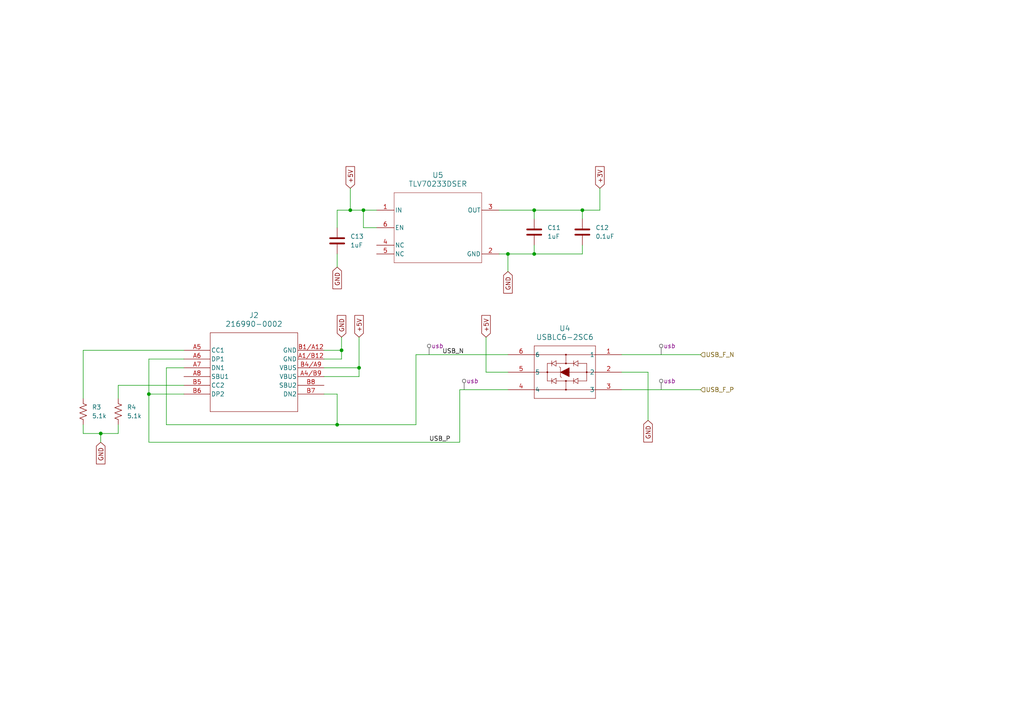
<source format=kicad_sch>
(kicad_sch (version 20230121) (generator eeschema)
  (paper "A4")
  (lib_symbols
    (symbol "Device:C" (pin_numbers hide) (pin_names (offset 0.254))
      (property "Reference" "C" (at 0.635 2.54 0))
      (property "Value" "C" (at 0.635 -2.54 0))
      (symbol "C_0_1"
        (polyline (pts (xy -2.032 -0.762) (xy 2.032 -0.762)) (stroke (width 0.508)))
        (polyline (pts (xy -2.032 0.762) (xy 2.032 0.762)) (stroke (width 0.508)))
      )
      (symbol "C_1_1"
        (pin passive line (at 0 3.81 270) (length 2.794) (name "~") (number "1"))
        (pin passive line (at 0 -3.81 90) (length 2.794) (name "~") (number "2"))
      )
    )
    (symbol "Device:R_US" (pin_numbers hide) (pin_names (offset 0))
      (property "Reference" "R" (at 2.54 0 90))
      (property "Value" "R_US" (at -2.54 0 90))
      (symbol "R_US_0_1"
        (polyline (pts (xy 0 -2.286) (xy 0 -2.54)))
        (polyline (pts (xy 0 2.286) (xy 0 2.54)))
        (polyline (pts (xy 0 -0.762) (xy 1.016 -1.143) (xy 0 -1.524) (xy -1.016 -1.905) (xy 0 -2.286)))
        (polyline (pts (xy 0 0.762) (xy 1.016 0.381) (xy 0 0) (xy -1.016 -0.381) (xy 0 -0.762)))
        (polyline (pts (xy 0 2.286) (xy 1.016 1.905) (xy 0 1.524) (xy -1.016 1.143) (xy 0 0.762)))
      )
      (symbol "R_US_1_1"
        (pin passive line (at 0 3.81 270) (length 1.27) (name "~") (number "1"))
        (pin passive line (at 0 -3.81 90) (length 1.27) (name "~") (number "2"))
      )
    )
    (symbol "fdcanusb:216990-0002" (pin_names (offset 0.254))
      (property "Reference" "J" (at 20.32 10.16 0))
      (property "Value" "216990-0002" (at 20.32 7.62 0))
      (symbol "216990-0002_0_1"
        (polyline (pts (xy 7.62 -17.78) (xy 33.02 -17.78)) (stroke (width 0.127)))
        (polyline (pts (xy 7.62 5.08) (xy 7.62 -17.78)) (stroke (width 0.127)))
        (polyline (pts (xy 33.02 -17.78) (xy 33.02 5.08)) (stroke (width 0.127)))
        (polyline (pts (xy 33.02 5.08) (xy 7.62 5.08)) (stroke (width 0.127)))
        (pin power_out line (at 40.64 -2.54 180) (length 7.62) (name "GND") (number "A1/B12"))
        (pin power_in line (at 40.64 -7.62 180) (length 7.62) (name "VBUS") (number "A4/B9"))
        (pin bidirectional line (at 0 0 0) (length 7.62) (name "CC1") (number "A5"))
        (pin bidirectional line (at 0 -2.54 0) (length 7.62) (name "DP1") (number "A6"))
        (pin bidirectional line (at 0 -5.08 0) (length 7.62) (name "DN1") (number "A7"))
        (pin bidirectional line (at 0 -7.62 0) (length 7.62) (name "SBU1") (number "A8"))
        (pin power_out line (at 40.64 0 180) (length 7.62) (name "GND") (number "B1/A12"))
        (pin power_in line (at 40.64 -5.08 180) (length 7.62) (name "VBUS") (number "B4/A9"))
        (pin bidirectional line (at 0 -10.16 0) (length 7.62) (name "CC2") (number "B5"))
        (pin bidirectional line (at 0 -12.7 0) (length 7.62) (name "DP2") (number "B6"))
        (pin bidirectional line (at 40.64 -12.7 180) (length 7.62) (name "DN2") (number "B7"))
        (pin bidirectional line (at 40.64 -10.16 180) (length 7.62) (name "SBU2") (number "B8"))
      )
    )
    (symbol "fdcanusb:TLV70233DSER" (pin_names (offset 0.254))
      (property "Reference" "U" (at 0 2.54 0))
      (property "Value" "TLV70233DSER" (at 0 0 0))
      (symbol "TLV70233DSER_0_1"
        (polyline (pts (xy -12.7 -10.16) (xy 12.7 -10.16)) (stroke (width 0.1016)))
        (polyline (pts (xy -12.7 10.16) (xy -12.7 -10.16)) (stroke (width 0.1016)))
        (polyline (pts (xy 12.7 -10.16) (xy 12.7 10.16)) (stroke (width 0.1016)))
        (polyline (pts (xy 12.7 10.16) (xy -12.7 10.16)) (stroke (width 0.1016)))
        (pin power_in line (at -17.78 5.08 0) (length 5.08) (name "IN") (number "1"))
        (pin power_in line (at 17.78 -7.62 180) (length 5.08) (name "GND") (number "2"))
        (pin power_in line (at 17.78 5.08 180) (length 5.08) (name "OUT") (number "3"))
        (pin unspecified line (at -17.78 -5.08 0) (length 5.08) (name "NC") (number "4"))
        (pin unspecified line (at -17.78 -7.62 0) (length 5.08) (name "NC") (number "5"))
        (pin input line (at -17.78 0 0) (length 5.08) (name "EN") (number "6"))
      )
    )
    (symbol "fdcanusb:USBLC6-2SC6" (pin_names (offset 0.254))
      (property "Reference" "U" (at 16.51 7.62 0))
      (property "Value" "USBLC6-2SC6" (at 16.51 5.08 0))
      (symbol "USBLC6-2SC6_0_1"
        (polyline (pts (xy 7.62 -12.7) (xy 25.4 -12.7)) (stroke (width 0.127)))
        (polyline (pts (xy 7.62 -10.16) (xy 25.4 -10.16)) (stroke (width 0.127)))
        (polyline (pts (xy 7.62 -5.08) (xy 25.4 -5.08)) (stroke (width 0.127)))
        (polyline (pts (xy 7.62 0) (xy 25.4 0)) (stroke (width 0.127)))
        (polyline (pts (xy 7.62 2.54) (xy 7.62 -12.7)) (stroke (width 0.127)))
        (polyline (pts (xy 10.16 -7.62) (xy 12.7 -7.62)) (stroke (width 0.127)))
        (polyline (pts (xy 10.16 -2.54) (xy 10.16 -7.62)) (stroke (width 0.127)))
        (polyline (pts (xy 12.7 -8.382) (xy 13.97 -7.62)) (stroke (width 0.127)))
        (polyline (pts (xy 12.7 -6.858) (xy 12.7 -8.382)) (stroke (width 0.127)))
        (polyline (pts (xy 12.7 -3.302) (xy 13.97 -2.54)) (stroke (width 0.127)))
        (polyline (pts (xy 12.7 -2.54) (xy 10.16 -2.54)) (stroke (width 0.127)))
        (polyline (pts (xy 12.7 -1.778) (xy 12.7 -3.302)) (stroke (width 0.127)))
        (polyline (pts (xy 13.97 -7.62) (xy 12.7 -6.858)) (stroke (width 0.127)))
        (polyline (pts (xy 13.97 -7.62) (xy 19.05 -7.62)) (stroke (width 0.127)))
        (polyline (pts (xy 13.97 -6.858) (xy 13.97 -8.382)) (stroke (width 0.127)))
        (polyline (pts (xy 13.97 -2.54) (xy 12.7 -1.778)) (stroke (width 0.127)))
        (polyline (pts (xy 13.97 -2.54) (xy 19.05 -2.54)) (stroke (width 0.127)))
        (polyline (pts (xy 13.97 -1.778) (xy 13.97 -3.302)) (stroke (width 0.127)))
        (polyline (pts (xy 15.24 -6.35) (xy 17.78 -5.08)) (stroke (width 0.127)))
        (polyline (pts (xy 15.24 -3.81) (xy 15.24 -6.35)) (stroke (width 0.127)))
        (polyline (pts (xy 16.1925 -7.62) (xy 16.1925 -10.16)) (stroke (width 0.127)))
        (polyline (pts (xy 16.1925 -2.54) (xy 16.1925 0)) (stroke (width 0.127)))
        (polyline (pts (xy 17.78 -6.35) (xy 17.4625 -6.6675)) (stroke (width 0.127)))
        (polyline (pts (xy 17.78 -5.08) (xy 15.24 -3.81)) (stroke (width 0.127)))
        (polyline (pts (xy 17.78 -3.81) (xy 17.78 -6.35)) (stroke (width 0.127)))
        (polyline (pts (xy 17.78 -3.81) (xy 18.0975 -3.4925)) (stroke (width 0.127)))
        (polyline (pts (xy 19.05 -8.382) (xy 19.05 -6.858)) (stroke (width 0.127)))
        (polyline (pts (xy 19.05 -6.858) (xy 20.32 -7.62)) (stroke (width 0.127)))
        (polyline (pts (xy 19.05 -3.302) (xy 19.05 -1.778)) (stroke (width 0.127)))
        (polyline (pts (xy 19.05 -1.778) (xy 20.32 -2.54)) (stroke (width 0.127)))
        (polyline (pts (xy 20.32 -8.382) (xy 20.32 -6.858)) (stroke (width 0.127)))
        (polyline (pts (xy 20.32 -7.62) (xy 19.05 -8.382)) (stroke (width 0.127)))
        (polyline (pts (xy 20.32 -7.62) (xy 21.59 -7.62)) (stroke (width 0.127)))
        (polyline (pts (xy 20.32 -3.302) (xy 20.32 -1.778)) (stroke (width 0.127)))
        (polyline (pts (xy 20.32 -2.54) (xy 19.05 -3.302)) (stroke (width 0.127)))
        (polyline (pts (xy 20.32 -2.54) (xy 21.59 -2.54)) (stroke (width 0.127)))
        (polyline (pts (xy 21.59 -7.62) (xy 21.59 -2.54)) (stroke (width 0.127)))
        (polyline (pts (xy 25.4 -12.7) (xy 25.4 2.54)) (stroke (width 0.127)))
        (polyline (pts (xy 25.4 2.54) (xy 7.62 2.54)) (stroke (width 0.127)))
        (polyline (pts (xy 15.24 -3.81) (xy 15.24 -6.35) (xy 17.78 -5.08)) (fill (type outline)))
        (circle (center 10.16 -5.08) (radius 0.127) (stroke (width 0.254)))
        (circle (center 16.1925 -10.16) (radius 0.127) (stroke (width 0.254)))
        (circle (center 16.1925 -7.62) (radius 0.127) (stroke (width 0.254)))
        (circle (center 16.1925 -2.54) (radius 0.127) (stroke (width 0.254)))
        (circle (center 16.1925 0) (radius 0.127) (stroke (width 0.254)))
        (circle (center 21.59 -5.08) (radius 0.127) (stroke (width 0.254)))
        (pin unspecified line (at 0 0 0) (length 7.62) (name "1") (number "1"))
        (pin unspecified line (at 0 -5.08 0) (length 7.62) (name "2") (number "2"))
        (pin unspecified line (at 0 -10.16 0) (length 7.62) (name "3") (number "3"))
        (pin unspecified line (at 33.02 -10.16 180) (length 7.62) (name "4") (number "4"))
        (pin unspecified line (at 33.02 -5.08 180) (length 7.62) (name "5") (number "5"))
        (pin unspecified line (at 33.02 0 180) (length 7.62) (name "6") (number "6"))
      )
    )
  )
  (junction (at 154.94 73.66))
  (junction (at 29.21 125.73))
  (junction (at 168.91 60.96))
  (junction (at 154.94 60.96))
  (junction (at 99.06 101.6))
  (junction (at 147.32 73.66))
  (junction (at 101.6 60.96))
  (junction (at 97.79 123.19))
  (junction (at 104.14 106.68))
  (junction (at 105.41 60.96))
  (junction (at 43.18 114.3))
  (wire (pts (xy 144.78 60.96) (xy 154.94 60.96)))
  (wire (pts (xy 93.98 114.3) (xy 97.79 114.3)))
  (wire (pts (xy 120.65 123.19) (xy 120.65 102.87)))
  (wire (pts (xy 180.34 113.03) (xy 203.2 113.03)))
  (wire (pts (xy 53.34 104.14) (xy 43.18 104.14)))
  (wire (pts (xy 154.94 73.66) (xy 168.91 73.66)))
  (wire (pts (xy 24.13 123.19) (xy 24.13 125.73)))
  (wire (pts (xy 168.91 60.96) (xy 173.99 60.96)))
  (wire (pts (xy 43.18 114.3) (xy 43.18 128.27)))
  (wire (pts (xy 24.13 125.73) (xy 29.21 125.73)))
  (wire (pts (xy 48.26 106.68) (xy 48.26 123.19)))
  (wire (pts (xy 133.35 113.03) (xy 147.32 113.03)))
  (wire (pts (xy 147.32 73.66) (xy 154.94 73.66)))
  (wire (pts (xy 29.21 125.73) (xy 34.29 125.73)))
  (wire (pts (xy 147.32 73.66) (xy 147.32 78.74)))
  (wire (pts (xy 53.34 101.6) (xy 24.13 101.6)))
  (wire (pts (xy 154.94 60.96) (xy 168.91 60.96)))
  (wire (pts (xy 104.14 106.68) (xy 104.14 97.79)))
  (wire (pts (xy 48.26 123.19) (xy 97.79 123.19)))
  (wire (pts (xy 93.98 101.6) (xy 99.06 101.6)))
  (wire (pts (xy 144.78 73.66) (xy 147.32 73.66)))
  (wire (pts (xy 101.6 60.96) (xy 105.41 60.96)))
  (wire (pts (xy 53.34 106.68) (xy 48.26 106.68)))
  (wire (pts (xy 180.34 107.95) (xy 187.96 107.95)))
  (wire (pts (xy 109.22 66.04) (xy 105.41 66.04)))
  (wire (pts (xy 99.06 101.6) (xy 99.06 97.79)))
  (wire (pts (xy 53.34 111.76) (xy 34.29 111.76)))
  (wire (pts (xy 133.35 128.27) (xy 133.35 113.03)))
  (wire (pts (xy 93.98 109.22) (xy 104.14 109.22)))
  (wire (pts (xy 101.6 54.61) (xy 101.6 60.96)))
  (wire (pts (xy 97.79 123.19) (xy 120.65 123.19)))
  (wire (pts (xy 97.79 73.66) (xy 97.79 77.47)))
  (wire (pts (xy 24.13 101.6) (xy 24.13 115.57)))
  (wire (pts (xy 43.18 128.27) (xy 133.35 128.27)))
  (wire (pts (xy 154.94 73.66) (xy 154.94 71.12)))
  (wire (pts (xy 93.98 104.14) (xy 99.06 104.14)))
  (wire (pts (xy 105.41 60.96) (xy 109.22 60.96)))
  (wire (pts (xy 97.79 114.3) (xy 97.79 123.19)))
  (wire (pts (xy 97.79 60.96) (xy 101.6 60.96)))
  (wire (pts (xy 173.99 60.96) (xy 173.99 54.61)))
  (wire (pts (xy 104.14 109.22) (xy 104.14 106.68)))
  (wire (pts (xy 140.97 107.95) (xy 147.32 107.95)))
  (wire (pts (xy 34.29 111.76) (xy 34.29 115.57)))
  (wire (pts (xy 43.18 104.14) (xy 43.18 114.3)))
  (wire (pts (xy 97.79 66.04) (xy 97.79 60.96)))
  (wire (pts (xy 168.91 60.96) (xy 168.91 63.5)))
  (wire (pts (xy 105.41 66.04) (xy 105.41 60.96)))
  (wire (pts (xy 34.29 125.73) (xy 34.29 123.19)))
  (wire (pts (xy 93.98 106.68) (xy 104.14 106.68)))
  (wire (pts (xy 43.18 114.3) (xy 53.34 114.3)))
  (wire (pts (xy 140.97 97.79) (xy 140.97 107.95)))
  (wire (pts (xy 29.21 125.73) (xy 29.21 128.27)))
  (wire (pts (xy 99.06 104.14) (xy 99.06 101.6)))
  (wire (pts (xy 120.65 102.87) (xy 147.32 102.87)))
  (wire (pts (xy 180.34 102.87) (xy 203.2 102.87)))
  (wire (pts (xy 154.94 60.96) (xy 154.94 63.5)))
  (wire (pts (xy 168.91 73.66) (xy 168.91 71.12)))
  (wire (pts (xy 187.96 107.95) (xy 187.96 121.92)))
  (label "USB_N" (at 128.27 102.87 0))
  (label "USB_P" (at 124.46 128.27 0))
  (global_label "+3V" (shape input) (at 173.99 54.61 90) (property "Intersheetrefs" "${INTERSHEET_REFS}" (effects hide)))
  (global_label "GND" (shape input) (at 99.06 97.79 90) (property "Intersheetrefs" "${INTERSHEET_REFS}" (effects hide)))
  (global_label "+5V" (shape input) (at 140.97 97.79 90) (property "Intersheetrefs" "${INTERSHEET_REFS}" (effects hide)))
  (global_label "GND" (shape input) (at 187.96 121.92 270) (property "Intersheetrefs" "${INTERSHEET_REFS}" (effects hide)))
  (global_label "GND" (shape input) (at 29.21 128.27 270) (property "Intersheetrefs" "${INTERSHEET_REFS}" (effects hide)))
  (global_label "+5V" (shape input) (at 101.6 54.61 90) (property "Intersheetrefs" "${INTERSHEET_REFS}" (effects hide)))
  (global_label "+5V" (shape input) (at 104.14 97.79 90) (property "Intersheetrefs" "${INTERSHEET_REFS}" (effects hide)))
  (global_label "GND" (shape input) (at 147.32 78.74 270) (property "Intersheetrefs" "${INTERSHEET_REFS}" (effects hide)))
  (global_label "GND" (shape input) (at 97.79 77.47 270) (property "Intersheetrefs" "${INTERSHEET_REFS}" (effects hide)))
  (hierarchical_label "USB_F_N" (shape input) (at 203.2 102.87 0))
  (hierarchical_label "USB_F_P" (shape input) (at 203.2 113.03 0))
  (netclass_flag "" (length 2.54) (shape round) (at 124.46 102.87 0) (property "Netclass" "usb" (at 125.0696 100.33 0) (effects (font italic) (justify left))))
  (netclass_flag "" (length 2.54) (shape round) (at 191.77 113.03 0) (property "Netclass" "usb" (at 192.3796 110.49 0) (effects (font italic) (justify left))))
  (netclass_flag "" (length 2.54) (shape round) (at 134.62 113.03 0) (property "Netclass" "usb" (at 135.2296 110.49 0) (effects (font italic) (justify left))))
  (netclass_flag "" (length 2.54) (shape round) (at 191.77 102.87 0) (property "Netclass" "usb" (at 192.3796 100.33 0) (effects (font italic) (justify left))))
  (symbol (lib_id "Device:R_US") (at 34.29 119.38 0) (unit 1)
    (property "Reference" "R4" (at 36.83 118.11 0) (effects (justify left)))
    (property "Value" "5.1k" (at 36.83 120.65 0) (effects (justify left)))
    (property "Footprint" "Resistor_SMD:R_0603_1608Metric" (effects hide))
    (property "MPN" "RC0603FR-075K1L" (effects hide))
    (property "MF" "YAGEO" (effects hide))
  )
  (symbol (lib_id "fdcanusb:216990-0002") (at 53.34 101.6 0) (unit 1)
    (property "Reference" "J2" (at 73.66 91.44 0) (effects (font (size 1.524 1.524))))
    (property "Value" "216990-0002" (at 73.66 93.98 0) (effects (font (size 1.524 1.524))))
    (property "Footprint" "fdcanusb:216990-0002_MOL" (effects hide))
    (property "Datasheet" "216990-0002" (effects hide))
  )
  (symbol (lib_id "Device:R_US") (at 24.13 119.38 0) (unit 1)
    (property "Reference" "R3" (at 26.67 118.11 0) (effects (justify left)))
    (property "Value" "5.1k" (at 26.67 120.65 0) (effects (justify left)))
    (property "Footprint" "Resistor_SMD:R_0603_1608Metric" (effects hide))
    (property "MPN" "RC0603FR-075K1L" (effects hide))
    (property "MF" "YAGEO" (effects hide))
  )
  (symbol (lib_id "Device:C") (at 97.79 69.85 0) (unit 1)
    (property "Reference" "C13" (at 101.6 68.58 0) (effects (justify left)))
    (property "Value" "1uF" (at 101.6 71.12 0) (effects (justify left)))
    (property "Footprint" "Capacitor_SMD:C_0603_1608Metric" (effects hide))
    (property "MPN" "MF-CAP-0603-1uF" (effects hide))
  )
  (symbol (lib_id "Device:C") (at 168.91 67.31 0) (unit 1)
    (property "Reference" "C12" (at 172.72 66.04 0) (effects (justify left)))
    (property "Value" "0.1uF" (at 172.72 68.58 0) (effects (justify left)))
    (property "Footprint" "Capacitor_SMD:C_0603_1608Metric" (effects hide))
    (property "MPN" "MF-CAP-0603-0.1uF" (effects hide))
  )
  (symbol (lib_id "Device:C") (at 154.94 67.31 0) (unit 1)
    (property "Reference" "C11" (at 158.75 66.04 0) (effects (justify left)))
    (property "Value" "1uF" (at 158.75 68.58 0) (effects (justify left)))
    (property "Footprint" "Capacitor_SMD:C_0603_1608Metric" (effects hide))
    (property "MPN" "MF-CAP-0603-1uF" (effects hide))
  )
  (symbol (lib_id "fdcanusb:TLV70233DSER") (at 127 66.04 0) (unit 1)
    (property "Reference" "U5" (at 127 50.8 0) (effects (font (size 1.524 1.524))))
    (property "Value" "TLV70233DSER" (at 127 53.34 0) (effects (font (size 1.524 1.524))))
    (property "Footprint" "fdcanusb:DSE0006A" (effects hide))
    (property "Datasheet" "TLV70233DSER" (effects hide))
  )
  (symbol (lib_id "fdcanusb:USBLC6-2SC6") (at 180.34 102.87 0) (mirror y) (unit 1)
    (property "Reference" "U4" (at 163.83 95.25 0) (effects (font (size 1.524 1.524))))
    (property "Value" "USBLC6-2SC6" (at 163.83 97.79 0) (effects (font (size 1.524 1.524))))
    (property "Footprint" "fdcanusb:SOT23-6L_STM" (effects hide))
    (property "Datasheet" "USBLC6-2SC6" (effects hide))
  )
)
</source>
